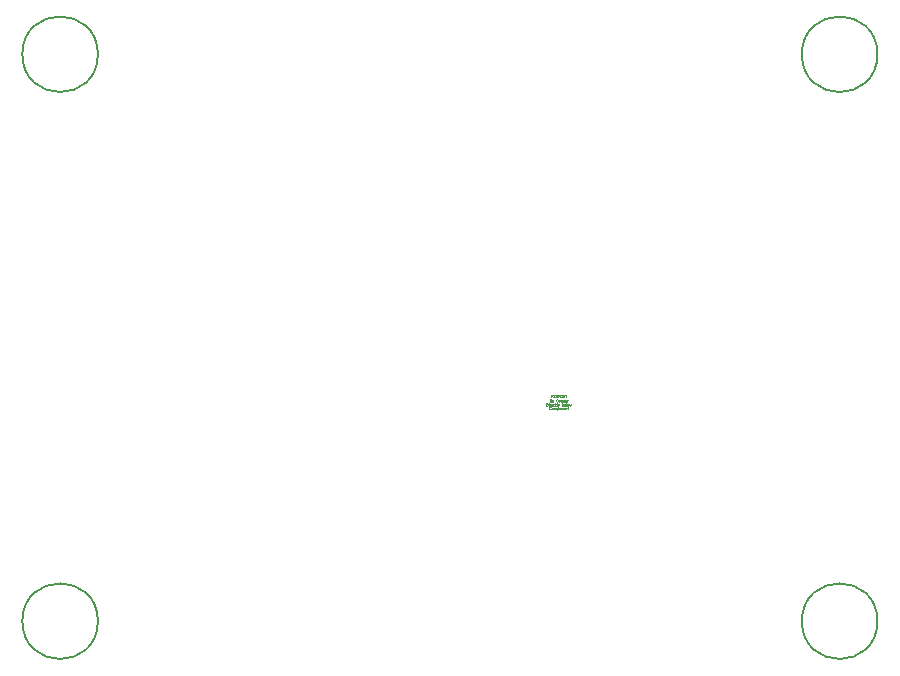
<source format=gbr>
%TF.GenerationSoftware,KiCad,Pcbnew,8.0.7*%
%TF.CreationDate,2025-01-15T19:07:21+07:00*%
%TF.ProjectId,Teensy4.0,5465656e-7379-4342-9e30-2e6b69636164,rev?*%
%TF.SameCoordinates,Original*%
%TF.FileFunction,Other,Comment*%
%FSLAX46Y46*%
G04 Gerber Fmt 4.6, Leading zero omitted, Abs format (unit mm)*
G04 Created by KiCad (PCBNEW 8.0.7) date 2025-01-15 19:07:21*
%MOMM*%
%LPD*%
G01*
G04 APERTURE LIST*
%ADD10C,0.040000*%
%ADD11C,0.150000*%
G04 APERTURE END LIST*
D10*
X150580953Y-103015443D02*
X150580953Y-102815443D01*
X150695238Y-103015443D02*
X150609524Y-102901158D01*
X150695238Y-102815443D02*
X150580953Y-102929729D01*
X150780953Y-102910681D02*
X150847619Y-102910681D01*
X150876191Y-103015443D02*
X150780953Y-103015443D01*
X150780953Y-103015443D02*
X150780953Y-102815443D01*
X150780953Y-102815443D02*
X150876191Y-102815443D01*
X150961905Y-102910681D02*
X151028571Y-102910681D01*
X151057143Y-103015443D02*
X150961905Y-103015443D01*
X150961905Y-103015443D02*
X150961905Y-102815443D01*
X150961905Y-102815443D02*
X151057143Y-102815443D01*
X151142857Y-103015443D02*
X151142857Y-102815443D01*
X151142857Y-102815443D02*
X151219047Y-102815443D01*
X151219047Y-102815443D02*
X151238095Y-102824967D01*
X151238095Y-102824967D02*
X151247618Y-102834491D01*
X151247618Y-102834491D02*
X151257142Y-102853539D01*
X151257142Y-102853539D02*
X151257142Y-102882110D01*
X151257142Y-102882110D02*
X151247618Y-102901158D01*
X151247618Y-102901158D02*
X151238095Y-102910681D01*
X151238095Y-102910681D02*
X151219047Y-102920205D01*
X151219047Y-102920205D02*
X151142857Y-102920205D01*
X151380952Y-102815443D02*
X151419047Y-102815443D01*
X151419047Y-102815443D02*
X151438095Y-102824967D01*
X151438095Y-102824967D02*
X151457142Y-102844015D01*
X151457142Y-102844015D02*
X151466666Y-102882110D01*
X151466666Y-102882110D02*
X151466666Y-102948777D01*
X151466666Y-102948777D02*
X151457142Y-102986872D01*
X151457142Y-102986872D02*
X151438095Y-103005920D01*
X151438095Y-103005920D02*
X151419047Y-103015443D01*
X151419047Y-103015443D02*
X151380952Y-103015443D01*
X151380952Y-103015443D02*
X151361904Y-103005920D01*
X151361904Y-103005920D02*
X151342857Y-102986872D01*
X151342857Y-102986872D02*
X151333333Y-102948777D01*
X151333333Y-102948777D02*
X151333333Y-102882110D01*
X151333333Y-102882110D02*
X151342857Y-102844015D01*
X151342857Y-102844015D02*
X151361904Y-102824967D01*
X151361904Y-102824967D02*
X151380952Y-102815443D01*
X151552381Y-102815443D02*
X151552381Y-102977348D01*
X151552381Y-102977348D02*
X151561904Y-102996396D01*
X151561904Y-102996396D02*
X151571428Y-103005920D01*
X151571428Y-103005920D02*
X151590476Y-103015443D01*
X151590476Y-103015443D02*
X151628571Y-103015443D01*
X151628571Y-103015443D02*
X151647619Y-103005920D01*
X151647619Y-103005920D02*
X151657142Y-102996396D01*
X151657142Y-102996396D02*
X151666666Y-102977348D01*
X151666666Y-102977348D02*
X151666666Y-102815443D01*
X151733333Y-102815443D02*
X151847619Y-102815443D01*
X151790476Y-103015443D02*
X151790476Y-102815443D01*
X150533333Y-104046396D02*
X150523809Y-104055920D01*
X150523809Y-104055920D02*
X150495238Y-104065443D01*
X150495238Y-104065443D02*
X150476190Y-104065443D01*
X150476190Y-104065443D02*
X150447619Y-104055920D01*
X150447619Y-104055920D02*
X150428571Y-104036872D01*
X150428571Y-104036872D02*
X150419048Y-104017824D01*
X150419048Y-104017824D02*
X150409524Y-103979729D01*
X150409524Y-103979729D02*
X150409524Y-103951158D01*
X150409524Y-103951158D02*
X150419048Y-103913062D01*
X150419048Y-103913062D02*
X150428571Y-103894015D01*
X150428571Y-103894015D02*
X150447619Y-103874967D01*
X150447619Y-103874967D02*
X150476190Y-103865443D01*
X150476190Y-103865443D02*
X150495238Y-103865443D01*
X150495238Y-103865443D02*
X150523809Y-103874967D01*
X150523809Y-103874967D02*
X150533333Y-103884491D01*
X150647619Y-104065443D02*
X150628571Y-104055920D01*
X150628571Y-104055920D02*
X150619048Y-104046396D01*
X150619048Y-104046396D02*
X150609524Y-104027348D01*
X150609524Y-104027348D02*
X150609524Y-103970205D01*
X150609524Y-103970205D02*
X150619048Y-103951158D01*
X150619048Y-103951158D02*
X150628571Y-103941634D01*
X150628571Y-103941634D02*
X150647619Y-103932110D01*
X150647619Y-103932110D02*
X150676190Y-103932110D01*
X150676190Y-103932110D02*
X150695238Y-103941634D01*
X150695238Y-103941634D02*
X150704762Y-103951158D01*
X150704762Y-103951158D02*
X150714286Y-103970205D01*
X150714286Y-103970205D02*
X150714286Y-104027348D01*
X150714286Y-104027348D02*
X150704762Y-104046396D01*
X150704762Y-104046396D02*
X150695238Y-104055920D01*
X150695238Y-104055920D02*
X150676190Y-104065443D01*
X150676190Y-104065443D02*
X150647619Y-104065443D01*
X150800000Y-104065443D02*
X150800000Y-103932110D01*
X150800000Y-103951158D02*
X150809523Y-103941634D01*
X150809523Y-103941634D02*
X150828571Y-103932110D01*
X150828571Y-103932110D02*
X150857142Y-103932110D01*
X150857142Y-103932110D02*
X150876190Y-103941634D01*
X150876190Y-103941634D02*
X150885714Y-103960681D01*
X150885714Y-103960681D02*
X150885714Y-104065443D01*
X150885714Y-103960681D02*
X150895238Y-103941634D01*
X150895238Y-103941634D02*
X150914285Y-103932110D01*
X150914285Y-103932110D02*
X150942857Y-103932110D01*
X150942857Y-103932110D02*
X150961904Y-103941634D01*
X150961904Y-103941634D02*
X150971428Y-103960681D01*
X150971428Y-103960681D02*
X150971428Y-104065443D01*
X151066667Y-103932110D02*
X151066667Y-104132110D01*
X151066667Y-103941634D02*
X151085714Y-103932110D01*
X151085714Y-103932110D02*
X151123809Y-103932110D01*
X151123809Y-103932110D02*
X151142857Y-103941634D01*
X151142857Y-103941634D02*
X151152381Y-103951158D01*
X151152381Y-103951158D02*
X151161905Y-103970205D01*
X151161905Y-103970205D02*
X151161905Y-104027348D01*
X151161905Y-104027348D02*
X151152381Y-104046396D01*
X151152381Y-104046396D02*
X151142857Y-104055920D01*
X151142857Y-104055920D02*
X151123809Y-104065443D01*
X151123809Y-104065443D02*
X151085714Y-104065443D01*
X151085714Y-104065443D02*
X151066667Y-104055920D01*
X151276190Y-104065443D02*
X151257142Y-104055920D01*
X151257142Y-104055920D02*
X151247619Y-104046396D01*
X151247619Y-104046396D02*
X151238095Y-104027348D01*
X151238095Y-104027348D02*
X151238095Y-103970205D01*
X151238095Y-103970205D02*
X151247619Y-103951158D01*
X151247619Y-103951158D02*
X151257142Y-103941634D01*
X151257142Y-103941634D02*
X151276190Y-103932110D01*
X151276190Y-103932110D02*
X151304761Y-103932110D01*
X151304761Y-103932110D02*
X151323809Y-103941634D01*
X151323809Y-103941634D02*
X151333333Y-103951158D01*
X151333333Y-103951158D02*
X151342857Y-103970205D01*
X151342857Y-103970205D02*
X151342857Y-104027348D01*
X151342857Y-104027348D02*
X151333333Y-104046396D01*
X151333333Y-104046396D02*
X151323809Y-104055920D01*
X151323809Y-104055920D02*
X151304761Y-104065443D01*
X151304761Y-104065443D02*
X151276190Y-104065443D01*
X151428571Y-103932110D02*
X151428571Y-104065443D01*
X151428571Y-103951158D02*
X151438094Y-103941634D01*
X151438094Y-103941634D02*
X151457142Y-103932110D01*
X151457142Y-103932110D02*
X151485713Y-103932110D01*
X151485713Y-103932110D02*
X151504761Y-103941634D01*
X151504761Y-103941634D02*
X151514285Y-103960681D01*
X151514285Y-103960681D02*
X151514285Y-104065443D01*
X151685713Y-104055920D02*
X151666665Y-104065443D01*
X151666665Y-104065443D02*
X151628570Y-104065443D01*
X151628570Y-104065443D02*
X151609523Y-104055920D01*
X151609523Y-104055920D02*
X151599999Y-104036872D01*
X151599999Y-104036872D02*
X151599999Y-103960681D01*
X151599999Y-103960681D02*
X151609523Y-103941634D01*
X151609523Y-103941634D02*
X151628570Y-103932110D01*
X151628570Y-103932110D02*
X151666665Y-103932110D01*
X151666665Y-103932110D02*
X151685713Y-103941634D01*
X151685713Y-103941634D02*
X151695237Y-103960681D01*
X151695237Y-103960681D02*
X151695237Y-103979729D01*
X151695237Y-103979729D02*
X151599999Y-103998777D01*
X151780952Y-103932110D02*
X151780952Y-104065443D01*
X151780952Y-103951158D02*
X151790475Y-103941634D01*
X151790475Y-103941634D02*
X151809523Y-103932110D01*
X151809523Y-103932110D02*
X151838094Y-103932110D01*
X151838094Y-103932110D02*
X151857142Y-103941634D01*
X151857142Y-103941634D02*
X151866666Y-103960681D01*
X151866666Y-103960681D02*
X151866666Y-104065443D01*
X151933332Y-103932110D02*
X152009523Y-103932110D01*
X151961904Y-103865443D02*
X151961904Y-104036872D01*
X151961904Y-104036872D02*
X151971427Y-104055920D01*
X151971427Y-104055920D02*
X151990475Y-104065443D01*
X151990475Y-104065443D02*
X152009523Y-104065443D01*
X150457143Y-103415443D02*
X150457143Y-103215443D01*
X150457143Y-103215443D02*
X150571428Y-103415443D01*
X150571428Y-103415443D02*
X150571428Y-103215443D01*
X150695238Y-103415443D02*
X150676190Y-103405920D01*
X150676190Y-103405920D02*
X150666667Y-103396396D01*
X150666667Y-103396396D02*
X150657143Y-103377348D01*
X150657143Y-103377348D02*
X150657143Y-103320205D01*
X150657143Y-103320205D02*
X150666667Y-103301158D01*
X150666667Y-103301158D02*
X150676190Y-103291634D01*
X150676190Y-103291634D02*
X150695238Y-103282110D01*
X150695238Y-103282110D02*
X150723809Y-103282110D01*
X150723809Y-103282110D02*
X150742857Y-103291634D01*
X150742857Y-103291634D02*
X150752381Y-103301158D01*
X150752381Y-103301158D02*
X150761905Y-103320205D01*
X150761905Y-103320205D02*
X150761905Y-103377348D01*
X150761905Y-103377348D02*
X150752381Y-103396396D01*
X150752381Y-103396396D02*
X150742857Y-103405920D01*
X150742857Y-103405920D02*
X150723809Y-103415443D01*
X150723809Y-103415443D02*
X150695238Y-103415443D01*
X151114285Y-103396396D02*
X151104761Y-103405920D01*
X151104761Y-103405920D02*
X151076190Y-103415443D01*
X151076190Y-103415443D02*
X151057142Y-103415443D01*
X151057142Y-103415443D02*
X151028571Y-103405920D01*
X151028571Y-103405920D02*
X151009523Y-103386872D01*
X151009523Y-103386872D02*
X151000000Y-103367824D01*
X151000000Y-103367824D02*
X150990476Y-103329729D01*
X150990476Y-103329729D02*
X150990476Y-103301158D01*
X150990476Y-103301158D02*
X151000000Y-103263062D01*
X151000000Y-103263062D02*
X151009523Y-103244015D01*
X151009523Y-103244015D02*
X151028571Y-103224967D01*
X151028571Y-103224967D02*
X151057142Y-103215443D01*
X151057142Y-103215443D02*
X151076190Y-103215443D01*
X151076190Y-103215443D02*
X151104761Y-103224967D01*
X151104761Y-103224967D02*
X151114285Y-103234491D01*
X151228571Y-103415443D02*
X151209523Y-103405920D01*
X151209523Y-103405920D02*
X151200000Y-103396396D01*
X151200000Y-103396396D02*
X151190476Y-103377348D01*
X151190476Y-103377348D02*
X151190476Y-103320205D01*
X151190476Y-103320205D02*
X151200000Y-103301158D01*
X151200000Y-103301158D02*
X151209523Y-103291634D01*
X151209523Y-103291634D02*
X151228571Y-103282110D01*
X151228571Y-103282110D02*
X151257142Y-103282110D01*
X151257142Y-103282110D02*
X151276190Y-103291634D01*
X151276190Y-103291634D02*
X151285714Y-103301158D01*
X151285714Y-103301158D02*
X151295238Y-103320205D01*
X151295238Y-103320205D02*
X151295238Y-103377348D01*
X151295238Y-103377348D02*
X151285714Y-103396396D01*
X151285714Y-103396396D02*
X151276190Y-103405920D01*
X151276190Y-103405920D02*
X151257142Y-103415443D01*
X151257142Y-103415443D02*
X151228571Y-103415443D01*
X151380952Y-103282110D02*
X151380952Y-103482110D01*
X151380952Y-103291634D02*
X151399999Y-103282110D01*
X151399999Y-103282110D02*
X151438094Y-103282110D01*
X151438094Y-103282110D02*
X151457142Y-103291634D01*
X151457142Y-103291634D02*
X151466666Y-103301158D01*
X151466666Y-103301158D02*
X151476190Y-103320205D01*
X151476190Y-103320205D02*
X151476190Y-103377348D01*
X151476190Y-103377348D02*
X151466666Y-103396396D01*
X151466666Y-103396396D02*
X151457142Y-103405920D01*
X151457142Y-103405920D02*
X151438094Y-103415443D01*
X151438094Y-103415443D02*
X151399999Y-103415443D01*
X151399999Y-103415443D02*
X151380952Y-103405920D01*
X151561904Y-103282110D02*
X151561904Y-103482110D01*
X151561904Y-103291634D02*
X151580951Y-103282110D01*
X151580951Y-103282110D02*
X151619046Y-103282110D01*
X151619046Y-103282110D02*
X151638094Y-103291634D01*
X151638094Y-103291634D02*
X151647618Y-103301158D01*
X151647618Y-103301158D02*
X151657142Y-103320205D01*
X151657142Y-103320205D02*
X151657142Y-103377348D01*
X151657142Y-103377348D02*
X151647618Y-103396396D01*
X151647618Y-103396396D02*
X151638094Y-103405920D01*
X151638094Y-103405920D02*
X151619046Y-103415443D01*
X151619046Y-103415443D02*
X151580951Y-103415443D01*
X151580951Y-103415443D02*
X151561904Y-103405920D01*
X151819046Y-103405920D02*
X151799998Y-103415443D01*
X151799998Y-103415443D02*
X151761903Y-103415443D01*
X151761903Y-103415443D02*
X151742856Y-103405920D01*
X151742856Y-103405920D02*
X151733332Y-103386872D01*
X151733332Y-103386872D02*
X151733332Y-103310681D01*
X151733332Y-103310681D02*
X151742856Y-103291634D01*
X151742856Y-103291634D02*
X151761903Y-103282110D01*
X151761903Y-103282110D02*
X151799998Y-103282110D01*
X151799998Y-103282110D02*
X151819046Y-103291634D01*
X151819046Y-103291634D02*
X151828570Y-103310681D01*
X151828570Y-103310681D02*
X151828570Y-103329729D01*
X151828570Y-103329729D02*
X151733332Y-103348777D01*
X151914285Y-103415443D02*
X151914285Y-103282110D01*
X151914285Y-103320205D02*
X151923808Y-103301158D01*
X151923808Y-103301158D02*
X151933332Y-103291634D01*
X151933332Y-103291634D02*
X151952380Y-103282110D01*
X151952380Y-103282110D02*
X151971427Y-103282110D01*
X150171428Y-103765443D02*
X150171428Y-103565443D01*
X150171428Y-103565443D02*
X150219047Y-103565443D01*
X150219047Y-103565443D02*
X150247618Y-103574967D01*
X150247618Y-103574967D02*
X150266666Y-103594015D01*
X150266666Y-103594015D02*
X150276189Y-103613062D01*
X150276189Y-103613062D02*
X150285713Y-103651158D01*
X150285713Y-103651158D02*
X150285713Y-103679729D01*
X150285713Y-103679729D02*
X150276189Y-103717824D01*
X150276189Y-103717824D02*
X150266666Y-103736872D01*
X150266666Y-103736872D02*
X150247618Y-103755920D01*
X150247618Y-103755920D02*
X150219047Y-103765443D01*
X150219047Y-103765443D02*
X150171428Y-103765443D01*
X150371428Y-103765443D02*
X150371428Y-103632110D01*
X150371428Y-103565443D02*
X150361904Y-103574967D01*
X150361904Y-103574967D02*
X150371428Y-103584491D01*
X150371428Y-103584491D02*
X150380951Y-103574967D01*
X150380951Y-103574967D02*
X150371428Y-103565443D01*
X150371428Y-103565443D02*
X150371428Y-103584491D01*
X150466666Y-103765443D02*
X150466666Y-103632110D01*
X150466666Y-103670205D02*
X150476189Y-103651158D01*
X150476189Y-103651158D02*
X150485713Y-103641634D01*
X150485713Y-103641634D02*
X150504761Y-103632110D01*
X150504761Y-103632110D02*
X150523808Y-103632110D01*
X150666666Y-103755920D02*
X150647618Y-103765443D01*
X150647618Y-103765443D02*
X150609523Y-103765443D01*
X150609523Y-103765443D02*
X150590476Y-103755920D01*
X150590476Y-103755920D02*
X150580952Y-103736872D01*
X150580952Y-103736872D02*
X150580952Y-103660681D01*
X150580952Y-103660681D02*
X150590476Y-103641634D01*
X150590476Y-103641634D02*
X150609523Y-103632110D01*
X150609523Y-103632110D02*
X150647618Y-103632110D01*
X150647618Y-103632110D02*
X150666666Y-103641634D01*
X150666666Y-103641634D02*
X150676190Y-103660681D01*
X150676190Y-103660681D02*
X150676190Y-103679729D01*
X150676190Y-103679729D02*
X150580952Y-103698777D01*
X150847619Y-103755920D02*
X150828571Y-103765443D01*
X150828571Y-103765443D02*
X150790476Y-103765443D01*
X150790476Y-103765443D02*
X150771428Y-103755920D01*
X150771428Y-103755920D02*
X150761905Y-103746396D01*
X150761905Y-103746396D02*
X150752381Y-103727348D01*
X150752381Y-103727348D02*
X150752381Y-103670205D01*
X150752381Y-103670205D02*
X150761905Y-103651158D01*
X150761905Y-103651158D02*
X150771428Y-103641634D01*
X150771428Y-103641634D02*
X150790476Y-103632110D01*
X150790476Y-103632110D02*
X150828571Y-103632110D01*
X150828571Y-103632110D02*
X150847619Y-103641634D01*
X150904762Y-103632110D02*
X150980953Y-103632110D01*
X150933334Y-103565443D02*
X150933334Y-103736872D01*
X150933334Y-103736872D02*
X150942857Y-103755920D01*
X150942857Y-103755920D02*
X150961905Y-103765443D01*
X150961905Y-103765443D02*
X150980953Y-103765443D01*
X151076191Y-103765443D02*
X151057143Y-103755920D01*
X151057143Y-103755920D02*
X151047620Y-103736872D01*
X151047620Y-103736872D02*
X151047620Y-103565443D01*
X151133334Y-103632110D02*
X151180953Y-103765443D01*
X151228572Y-103632110D02*
X151180953Y-103765443D01*
X151180953Y-103765443D02*
X151161905Y-103813062D01*
X151161905Y-103813062D02*
X151152382Y-103822586D01*
X151152382Y-103822586D02*
X151133334Y-103832110D01*
X151523810Y-103660681D02*
X151552382Y-103670205D01*
X151552382Y-103670205D02*
X151561905Y-103679729D01*
X151561905Y-103679729D02*
X151571429Y-103698777D01*
X151571429Y-103698777D02*
X151571429Y-103727348D01*
X151571429Y-103727348D02*
X151561905Y-103746396D01*
X151561905Y-103746396D02*
X151552382Y-103755920D01*
X151552382Y-103755920D02*
X151533334Y-103765443D01*
X151533334Y-103765443D02*
X151457144Y-103765443D01*
X151457144Y-103765443D02*
X151457144Y-103565443D01*
X151457144Y-103565443D02*
X151523810Y-103565443D01*
X151523810Y-103565443D02*
X151542858Y-103574967D01*
X151542858Y-103574967D02*
X151552382Y-103584491D01*
X151552382Y-103584491D02*
X151561905Y-103603539D01*
X151561905Y-103603539D02*
X151561905Y-103622586D01*
X151561905Y-103622586D02*
X151552382Y-103641634D01*
X151552382Y-103641634D02*
X151542858Y-103651158D01*
X151542858Y-103651158D02*
X151523810Y-103660681D01*
X151523810Y-103660681D02*
X151457144Y-103660681D01*
X151733334Y-103755920D02*
X151714286Y-103765443D01*
X151714286Y-103765443D02*
X151676191Y-103765443D01*
X151676191Y-103765443D02*
X151657144Y-103755920D01*
X151657144Y-103755920D02*
X151647620Y-103736872D01*
X151647620Y-103736872D02*
X151647620Y-103660681D01*
X151647620Y-103660681D02*
X151657144Y-103641634D01*
X151657144Y-103641634D02*
X151676191Y-103632110D01*
X151676191Y-103632110D02*
X151714286Y-103632110D01*
X151714286Y-103632110D02*
X151733334Y-103641634D01*
X151733334Y-103641634D02*
X151742858Y-103660681D01*
X151742858Y-103660681D02*
X151742858Y-103679729D01*
X151742858Y-103679729D02*
X151647620Y-103698777D01*
X151857144Y-103765443D02*
X151838096Y-103755920D01*
X151838096Y-103755920D02*
X151828573Y-103736872D01*
X151828573Y-103736872D02*
X151828573Y-103565443D01*
X151961906Y-103765443D02*
X151942858Y-103755920D01*
X151942858Y-103755920D02*
X151933335Y-103746396D01*
X151933335Y-103746396D02*
X151923811Y-103727348D01*
X151923811Y-103727348D02*
X151923811Y-103670205D01*
X151923811Y-103670205D02*
X151933335Y-103651158D01*
X151933335Y-103651158D02*
X151942858Y-103641634D01*
X151942858Y-103641634D02*
X151961906Y-103632110D01*
X151961906Y-103632110D02*
X151990477Y-103632110D01*
X151990477Y-103632110D02*
X152009525Y-103641634D01*
X152009525Y-103641634D02*
X152019049Y-103651158D01*
X152019049Y-103651158D02*
X152028573Y-103670205D01*
X152028573Y-103670205D02*
X152028573Y-103727348D01*
X152028573Y-103727348D02*
X152019049Y-103746396D01*
X152019049Y-103746396D02*
X152009525Y-103755920D01*
X152009525Y-103755920D02*
X151990477Y-103765443D01*
X151990477Y-103765443D02*
X151961906Y-103765443D01*
X152095239Y-103632110D02*
X152133334Y-103765443D01*
X152133334Y-103765443D02*
X152171429Y-103670205D01*
X152171429Y-103670205D02*
X152209525Y-103765443D01*
X152209525Y-103765443D02*
X152247620Y-103632110D01*
D11*
%TO.C,H2*%
X178200000Y-74000000D02*
G75*
G02*
X171800000Y-74000000I-3200000J0D01*
G01*
X171800000Y-74000000D02*
G75*
G02*
X178200000Y-74000000I3200000J0D01*
G01*
%TO.C,H1*%
X112200000Y-74000000D02*
G75*
G02*
X105800000Y-74000000I-3200000J0D01*
G01*
X105800000Y-74000000D02*
G75*
G02*
X112200000Y-74000000I3200000J0D01*
G01*
%TO.C,H4*%
X178200000Y-122000000D02*
G75*
G02*
X171800000Y-122000000I-3200000J0D01*
G01*
X171800000Y-122000000D02*
G75*
G02*
X178200000Y-122000000I3200000J0D01*
G01*
%TO.C,H3*%
X112200000Y-122000000D02*
G75*
G02*
X105800000Y-122000000I-3200000J0D01*
G01*
X105800000Y-122000000D02*
G75*
G02*
X112200000Y-122000000I3200000J0D01*
G01*
%TD*%
M02*

</source>
